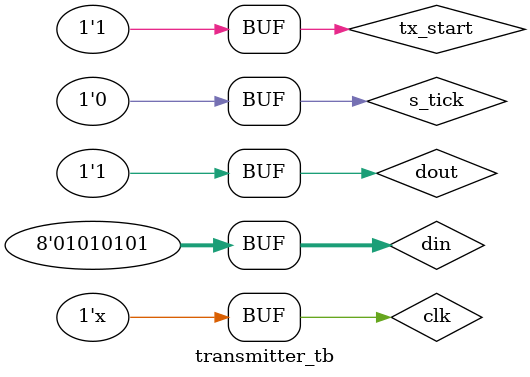
<source format=v>
`timescale 1ns/1ns
module transmitter_tb;

reg [7:0] din=8'b01010101;
wire tx_done_tick;
reg clk = 0,
    s_tick = 0,
    tx_start = 0;
wire dout=1;

baud_gen br1 (
    .clk(clk),
    .divsr(11'd650)
);

Transmitter#(8,16)t1 (
    .tx_start(tx_start),
    .s_tick(br1.tick),
    .din(din),
    .tx_done_tick(tx_done_tick),
    .dout(dout)
);
initial
begin 
  #100
  tx_start=1;
end

always #5 clk = ~clk;
endmodule  



</source>
